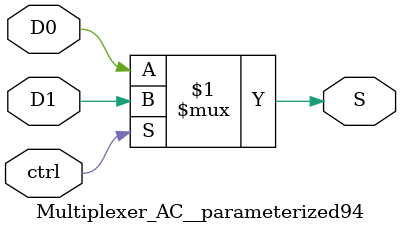
<source format=v>

module Multiplexer_AC__parameterized94
   (ctrl,
    D0,
    D1,
    S);
  input ctrl;
  input [0:0] D0;
  input [0:0] D1;
  output [0:0] S;

  wire [0:0] S;
  wire ctrl;
  wire [0:0] D0;
  wire [0:0] D1;

  assign S = ctrl ? D1 : D0;

endmodule
</source>
